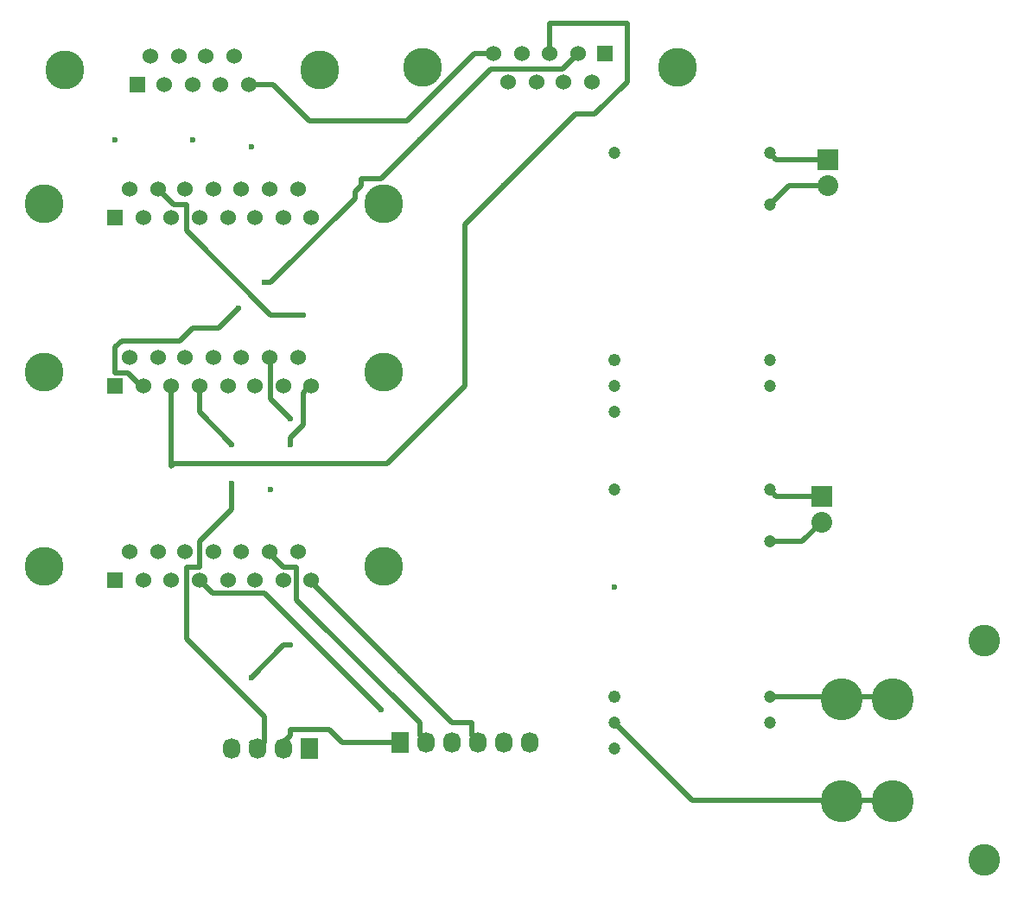
<source format=gbr>
G04 #@! TF.FileFunction,Copper,L2,Bot,Signal*
%FSLAX46Y46*%
G04 Gerber Fmt 4.6, Leading zero omitted, Abs format (unit mm)*
G04 Created by KiCad (PCBNEW 4.0.2-4+6225~38~ubuntu14.04.1-stable) date Mon 22 Feb 2016 06:37:57 PM CST*
%MOMM*%
G01*
G04 APERTURE LIST*
%ADD10C,0.100000*%
%ADD11C,3.810000*%
%ADD12R,1.524000X1.524000*%
%ADD13C,1.524000*%
%ADD14C,4.114800*%
%ADD15C,3.098800*%
%ADD16R,1.727200X2.032000*%
%ADD17O,1.727200X2.032000*%
%ADD18R,2.032000X2.032000*%
%ADD19O,2.032000X2.032000*%
%ADD20C,1.200000*%
%ADD21C,1.240000*%
%ADD22C,0.600000*%
%ADD23C,0.478600*%
G04 APERTURE END LIST*
D10*
D11*
X93599000Y-67183000D03*
X60325000Y-67183000D03*
D12*
X67310000Y-68580000D03*
D13*
X70104000Y-68580000D03*
X72771000Y-68580000D03*
X75565000Y-68580000D03*
X78359000Y-68580000D03*
X81026000Y-68580000D03*
X83820000Y-68580000D03*
X86487000Y-68580000D03*
X68707000Y-65786000D03*
X71501000Y-65786000D03*
X74168000Y-65786000D03*
X76962000Y-65786000D03*
X79629000Y-65786000D03*
X82423000Y-65786000D03*
X85217000Y-65786000D03*
D11*
X93599000Y-50673000D03*
X60325000Y-50673000D03*
D12*
X67310000Y-52070000D03*
D13*
X70104000Y-52070000D03*
X72771000Y-52070000D03*
X75565000Y-52070000D03*
X78359000Y-52070000D03*
X81026000Y-52070000D03*
X83820000Y-52070000D03*
X86487000Y-52070000D03*
X68707000Y-49276000D03*
X71501000Y-49276000D03*
X74168000Y-49276000D03*
X76962000Y-49276000D03*
X79629000Y-49276000D03*
X82423000Y-49276000D03*
X85217000Y-49276000D03*
D11*
X93599000Y-86233000D03*
X60325000Y-86233000D03*
D12*
X67310000Y-87630000D03*
D13*
X70104000Y-87630000D03*
X72771000Y-87630000D03*
X75565000Y-87630000D03*
X78359000Y-87630000D03*
X81026000Y-87630000D03*
X83820000Y-87630000D03*
X86487000Y-87630000D03*
X68707000Y-84836000D03*
X71501000Y-84836000D03*
X74168000Y-84836000D03*
X76962000Y-84836000D03*
X79629000Y-84836000D03*
X82423000Y-84836000D03*
X85217000Y-84836000D03*
D11*
X87376000Y-37592000D03*
X62357000Y-37592000D03*
D12*
X69469000Y-38989000D03*
D13*
X72136000Y-38989000D03*
X74930000Y-38989000D03*
X77597000Y-38989000D03*
X80391000Y-38989000D03*
X70739000Y-36195000D03*
X73533000Y-36195000D03*
X76200000Y-36195000D03*
X78994000Y-36195000D03*
D14*
X138480800Y-99288600D03*
X143484600Y-99288600D03*
X138480800Y-109296200D03*
X143484600Y-109296200D03*
D15*
X152476200Y-93548200D03*
X152476200Y-115036600D03*
D11*
X97409000Y-37338000D03*
X122428000Y-37338000D03*
D12*
X115316000Y-35941000D03*
D13*
X112649000Y-35941000D03*
X109855000Y-35941000D03*
X107188000Y-35941000D03*
X104394000Y-35941000D03*
X114046000Y-38735000D03*
X111252000Y-38735000D03*
X108585000Y-38735000D03*
X105791000Y-38735000D03*
D16*
X86360000Y-104140000D03*
D17*
X83820000Y-104140000D03*
X81280000Y-104140000D03*
X78740000Y-104140000D03*
D18*
X136525000Y-79375000D03*
D19*
X136525000Y-81915000D03*
D18*
X137160000Y-46355000D03*
D19*
X137160000Y-48895000D03*
D16*
X95250000Y-103505000D03*
D17*
X97790000Y-103505000D03*
X100330000Y-103505000D03*
X102870000Y-103505000D03*
X105410000Y-103505000D03*
X107950000Y-103505000D03*
D20*
X116205000Y-104140000D03*
X116205000Y-101600000D03*
D21*
X116205000Y-99060000D03*
D20*
X116205000Y-78740000D03*
X131445000Y-101600000D03*
X131445000Y-99060000D03*
X131445000Y-78740000D03*
X131445000Y-83820000D03*
X116205000Y-71120000D03*
X116205000Y-68580000D03*
D21*
X116205000Y-66040000D03*
D20*
X116205000Y-45720000D03*
X131445000Y-68580000D03*
X131445000Y-66040000D03*
X131445000Y-45720000D03*
X131445000Y-50800000D03*
D22*
X97155000Y-44450000D03*
X81915000Y-58420000D03*
X79375000Y-60960000D03*
X78740000Y-78105000D03*
X78740000Y-74295000D03*
X84455000Y-74295000D03*
X84455000Y-93980000D03*
X80645000Y-97155000D03*
X84455000Y-71755000D03*
X74930000Y-44450000D03*
X85725000Y-61595000D03*
X82550000Y-78740000D03*
X93345000Y-100330000D03*
X95250000Y-96520000D03*
X116205000Y-88265000D03*
X105410000Y-48895000D03*
X80645000Y-45085000D03*
X67310000Y-44450000D03*
D23*
X112649000Y-35941000D02*
X111125000Y-37465000D01*
X104140000Y-37465000D02*
X97790000Y-43815000D01*
X97790000Y-43815000D02*
X97155000Y-44450000D01*
X97155000Y-44450000D02*
X96520000Y-45085000D01*
X111125000Y-37465000D02*
X104140000Y-37465000D01*
X96520000Y-45085000D02*
X93345000Y-48260000D01*
X93345000Y-48260000D02*
X91440000Y-48260000D01*
X91440000Y-48260000D02*
X91440000Y-48895000D01*
X91440000Y-48895000D02*
X90805000Y-49530000D01*
X90805000Y-49530000D02*
X90805000Y-50165000D01*
X90805000Y-50165000D02*
X82550000Y-58420000D01*
X82550000Y-58420000D02*
X81915000Y-58420000D01*
X79375000Y-60960000D02*
X77470000Y-62865000D01*
X77470000Y-62865000D02*
X74930000Y-62865000D01*
X74930000Y-62865000D02*
X73660000Y-64135000D01*
X73660000Y-64135000D02*
X67945000Y-64135000D01*
X67945000Y-64135000D02*
X67310000Y-64770000D01*
X67310000Y-64770000D02*
X67310000Y-67310000D01*
X67310000Y-67310000D02*
X68580000Y-67310000D01*
X68580000Y-67310000D02*
X69850000Y-68580000D01*
X69850000Y-68580000D02*
X70104000Y-68580000D01*
X69850000Y-68580000D02*
X70104000Y-68580000D01*
X81280000Y-104140000D02*
X81915000Y-103505000D01*
X81915000Y-103505000D02*
X81915000Y-100965000D01*
X81915000Y-100965000D02*
X74295000Y-93345000D01*
X74295000Y-93345000D02*
X74295000Y-86360000D01*
X74295000Y-86360000D02*
X75565000Y-86360000D01*
X75565000Y-86360000D02*
X75565000Y-83820000D01*
X75565000Y-83820000D02*
X78740000Y-80645000D01*
X78740000Y-80645000D02*
X78740000Y-78105000D01*
X78740000Y-74295000D02*
X75565000Y-71120000D01*
X75565000Y-71120000D02*
X75565000Y-68580000D01*
X80645000Y-103505000D02*
X81280000Y-104140000D01*
X86487000Y-68580000D02*
X86360000Y-68580000D01*
X86360000Y-68580000D02*
X85725000Y-69215000D01*
X85725000Y-69215000D02*
X85725000Y-72390000D01*
X85725000Y-72390000D02*
X84455000Y-73660000D01*
X84455000Y-73660000D02*
X84455000Y-74295000D01*
X84455000Y-93980000D02*
X83820000Y-93980000D01*
X83820000Y-93980000D02*
X80645000Y-97155000D01*
X82423000Y-65786000D02*
X82550000Y-66040000D01*
X82550000Y-66040000D02*
X82550000Y-69850000D01*
X82550000Y-69850000D02*
X84455000Y-71755000D01*
X71501000Y-49276000D02*
X73025000Y-50800000D01*
X73025000Y-50800000D02*
X74295000Y-50800000D01*
X74295000Y-50800000D02*
X74295000Y-53340000D01*
X74295000Y-53340000D02*
X82550000Y-61595000D01*
X82550000Y-61595000D02*
X85725000Y-61595000D01*
X82423000Y-84836000D02*
X82550000Y-85090000D01*
X82550000Y-85090000D02*
X83820000Y-86360000D01*
X83820000Y-86360000D02*
X85090000Y-86360000D01*
X85090000Y-86360000D02*
X85090000Y-89535000D01*
X85090000Y-89535000D02*
X97155000Y-101600000D01*
X97155000Y-101600000D02*
X97155000Y-102870000D01*
X97155000Y-102870000D02*
X97790000Y-103505000D01*
X93345000Y-100330000D02*
X81915000Y-88900000D01*
X81915000Y-88900000D02*
X76835000Y-88900000D01*
X76835000Y-88900000D02*
X75565000Y-87630000D01*
X86487000Y-87630000D02*
X86360000Y-87630000D01*
X86360000Y-87630000D02*
X95250000Y-96520000D01*
X95250000Y-96520000D02*
X100330000Y-101600000D01*
X100330000Y-101600000D02*
X102235000Y-101600000D01*
X102235000Y-101600000D02*
X102235000Y-102870000D01*
X102235000Y-102870000D02*
X102870000Y-103505000D01*
X131445000Y-99060000D02*
X138430000Y-99060000D01*
X138430000Y-99060000D02*
X138480800Y-99288600D01*
X138480800Y-99288600D02*
X138430000Y-99060000D01*
X138430000Y-99060000D02*
X143510000Y-99060000D01*
X143510000Y-99060000D02*
X143484600Y-99288600D01*
X116205000Y-101600000D02*
X123825000Y-109220000D01*
X123825000Y-109220000D02*
X138430000Y-109220000D01*
X138430000Y-109220000D02*
X138480800Y-109296200D01*
X138480800Y-109296200D02*
X138430000Y-109220000D01*
X138430000Y-109220000D02*
X143510000Y-109220000D01*
X143510000Y-109220000D02*
X143484600Y-109296200D01*
X131445000Y-78740000D02*
X132080000Y-79375000D01*
X132080000Y-79375000D02*
X136525000Y-79375000D01*
X136525000Y-81915000D02*
X134620000Y-83820000D01*
X134620000Y-83820000D02*
X131445000Y-83820000D01*
X131445000Y-45720000D02*
X132080000Y-46355000D01*
X132080000Y-46355000D02*
X137160000Y-46355000D01*
X131445000Y-50800000D02*
X133350000Y-48895000D01*
X133350000Y-48895000D02*
X137160000Y-48895000D01*
X72771000Y-76454000D02*
X73025000Y-76200000D01*
X73025000Y-76200000D02*
X93980000Y-76200000D01*
X93980000Y-76200000D02*
X101600000Y-68580000D01*
X101600000Y-68580000D02*
X101600000Y-52705000D01*
X105410000Y-48895000D02*
X112395000Y-41910000D01*
X101600000Y-52705000D02*
X105410000Y-48895000D01*
X112395000Y-41910000D02*
X114300000Y-41910000D01*
X114300000Y-41910000D02*
X117475000Y-38735000D01*
X117475000Y-38735000D02*
X117475000Y-33020000D01*
X117475000Y-33020000D02*
X109855000Y-33020000D01*
X109855000Y-33020000D02*
X109855000Y-35941000D01*
X72771000Y-68580000D02*
X72771000Y-76454000D01*
X73025000Y-68580000D02*
X72771000Y-68580000D01*
X73025000Y-68580000D02*
X72771000Y-68580000D01*
X80391000Y-38989000D02*
X82804000Y-38989000D01*
X102489000Y-35941000D02*
X104394000Y-35941000D01*
X95885000Y-42545000D02*
X102489000Y-35941000D01*
X86360000Y-42545000D02*
X95885000Y-42545000D01*
X82804000Y-38989000D02*
X86360000Y-42545000D01*
X83820000Y-104140000D02*
X83820000Y-103505000D01*
X83820000Y-103505000D02*
X84455000Y-102870000D01*
X84455000Y-102870000D02*
X84455000Y-102235000D01*
X84455000Y-102235000D02*
X88265000Y-102235000D01*
X88265000Y-102235000D02*
X89535000Y-103505000D01*
X89535000Y-103505000D02*
X95250000Y-103505000D01*
X111252000Y-38735000D02*
X111125000Y-38735000D01*
M02*

</source>
